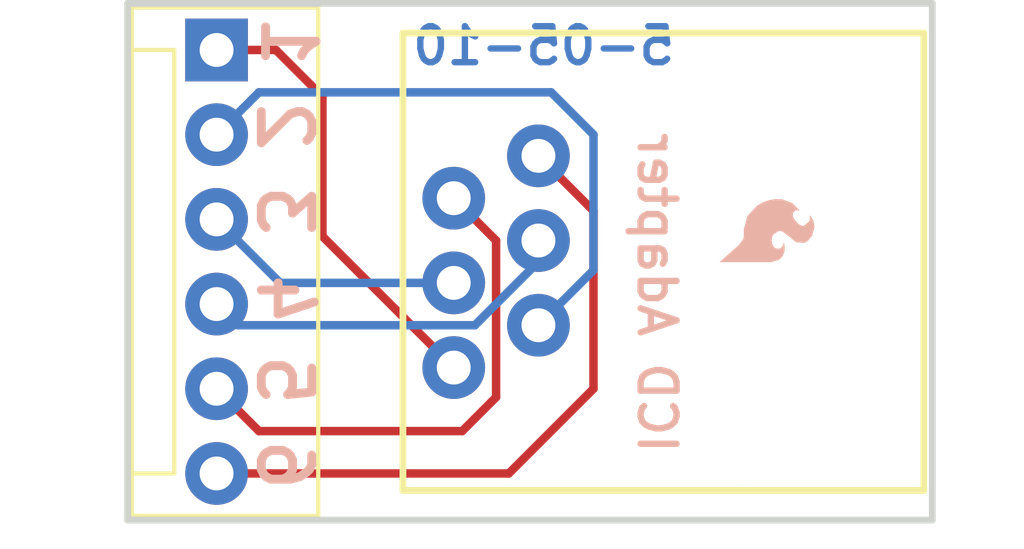
<source format=kicad_pcb>
(kicad_pcb (version 20211014) (generator pcbnew)
  (layers (0 "F.Cu" signal) (1 "In1.Cu" signal) (2 "In2.Cu" signal) (3 "In3.Cu" signal) (4 "In4.Cu" signal) (5 "In5.Cu" signal) (6 "In6.Cu" signal) (7 "In7.Cu" signal) (8 "In8.Cu" signal) (9 "In9.Cu" signal) (10 "In10.Cu" signal) (11 "In11.Cu" signal) (12 "In12.Cu" signal) (13 "In13.Cu" signal) (14 "In14.Cu" signal) (31 "B.Cu" signal) (34 "B.Paste" user) (35 "F.Paste" user) (36 "B.SilkS" user "B.Silkscreen") (37 "F.SilkS" user "F.Silkscreen") (38 "B.Mask" user) (39 "F.Mask" user) (44 "Edge.Cuts" user))
  (net 0 "")
  (net 1 "N$2")
  (net 2 "N$3")
  (net 3 "N$4")
  (net 4 "N$5")
  (net 5 "N$6")
  (net 6 "N$1")
  (footprint "boardEagle:MOLEX-1X6" (layer "F.Cu") (at 139.1031 98.6536 -90)
    (fp_text reference "HEADERS0" hide)
    (fp_text value "" hide)
    (fp_line (start 0 2.54) (end -1.27 2.54) (layer "F.SilkS") (width 0.127))
    (fp_line (start -1.27 -3.048) (end -1.27 2.54) (layer "F.SilkS") (width 0.127))
    (fp_line (start 13.97 -3.048) (end -1.27 -3.048) (layer "F.SilkS") (width 0.127))
    (fp_line (start 0 2.54) (end 0 1.27) (layer "F.SilkS") (width 0.127))
    (fp_line (start 0 1.27) (end 12.7 1.27) (layer "F.SilkS") (width 0.127))
    (fp_line (start 12.7 2.54) (end 0 2.54) (layer "F.SilkS") (width 0.127))
    (fp_line (start 13.97 -3.048) (end 13.97 2.54) (layer "F.SilkS") (width 0.127))
    (fp_line (start 13.97 2.54) (end 12.7 2.54) (layer "F.SilkS") (width 0.127))
    (fp_line (start 12.7 1.27) (end 12.7 2.54) (layer "F.SilkS") (width 0.127))
    (pad "1" thru_hole rect (at 0 0 270) (size 1.8796 1.8796) (drill 1.016) (layers *.Cu *.Mask) (net 1 "N$2"))
    (pad "2" thru_hole circle (at 2.54 0 270) (size 1.8796 1.8796) (drill 1.016) (layers *.Cu *.Mask) (net 2 "N$3"))
    (pad "3" thru_hole circle (at 5.08 0 270) (size 1.8796 1.8796) (drill 1.016) (layers *.Cu *.Mask) (net 3 "N$4"))
    (pad "4" thru_hole circle (at 7.62 0 270) (size 1.8796 1.8796) (drill 1.016) (layers *.Cu *.Mask) (net 4 "N$5"))
    (pad "5" thru_hole circle (at 10.16 0 270) (size 1.8796 1.8796) (drill 1.016) (layers *.Cu *.Mask) (net 5 "N$6"))
    (pad "6" thru_hole circle (at 12.7 0 270) (size 1.8796 1.8796) (drill 1.016) (layers *.Cu *.Mask) (net 6 "N$1"))
  )
  (footprint "boardEagle:DUMMY" (layer "F.Cu") (at 136.3345 112.6236)
    (fp_text reference "FRAME1" hide)
    (fp_text value "" hide)
  )
  (footprint "boardEagle:RJ11-6" (layer "F.Cu") (at 155.1051 110.0836 90)
    (fp_text reference "RJ11" hide)
    (fp_text value "RJ11-6PTH" hide)
    (fp_line (start 11.938 -10.414) (end -1.778 -10.414) (layer "F.SilkS") (width 0.2032))
    (fp_line (start 11.938 5.207) (end 11.938 -10.414) (layer "F.SilkS") (width 0.2032))
    (fp_line (start -1.778 -10.414) (end -1.778 5.207) (layer "F.SilkS") (width 0.2032))
    (fp_line (start 11.938 5.207) (end -1.778 5.207) (layer "F.SilkS") (width 0.2032))
    (pad "" np_thru_hole circle (at 0 0 90) (size 3.2512 3.2512) (drill 3.2512) (layers *.Cu *.Mask))
    (pad "" np_thru_hole circle (at 10.16 0 90) (size 3.2512 3.2512) (drill 3.2512) (layers *.Cu *.Mask))
    (pad "1" thru_hole circle (at 1.905 -8.89 90) (size 1.8796 1.8796) (drill 1.016) (layers *.Cu *.Mask) (net 1 "N$2"))
    (pad "2" thru_hole circle (at 3.175 -6.35 90) (size 1.8796 1.8796) (drill 1.016) (layers *.Cu *.Mask) (net 2 "N$3"))
    (pad "3" thru_hole circle (at 4.445 -8.89 90) (size 1.8796 1.8796) (drill 1.016) (layers *.Cu *.Mask) (net 3 "N$4"))
    (pad "4" thru_hole circle (at 5.715 -6.35 90) (size 1.8796 1.8796) (drill 1.016) (layers *.Cu *.Mask) (net 4 "N$5"))
    (pad "5" thru_hole circle (at 6.985 -8.89 90) (size 1.8796 1.8796) (drill 1.016) (layers *.Cu *.Mask) (net 5 "N$6"))
    (pad "6" thru_hole circle (at 8.255 -6.35 90) (size 1.8796 1.8796) (drill 1.016) (layers *.Cu *.Mask) (net 6 "N$1"))
  )
  (footprint "boardEagle:SFE-LOGO-FLAME" (layer "B.Cu") (at 154.2161 105.0036 90)
    (fp_text reference "JP1" hide)
    (fp_text value "LOGO-SFESK" hide)
    (fp_poly (pts (xy 1.126002 2.808203) (xy 1.215449 2.785829) (xy 1.228477 2.780783) (xy 1.240149 2.774875) (xy 1.25686 2.766576) (xy 1.275552 2.759834) (xy 1.371694 2.7026) (xy 1.3793 2.7026) (xy 1.3793 2.6772) (xy 1.306833 2.6772) (xy 1.208418 2.657914) (xy 1.074855 2.495286) (xy 1.079365 2.436825) (xy 1.12809 2.341869) (xy 1.204666 2.265196) (xy 1.294069 2.200638) (xy 1.369348 2.168824) (xy 1.450737 2.171632) (xy 1.458864 2.174186) (xy 1.466257 2.177389) (xy 1.530514 2.236956) (xy 1.5368 2.259812) (xy 1.5368 2.377938) (xy 1.763707 2.148127) (xy 1.868186 1.856841) (xy 1.871603 1.856894) (xy 1.87806 1.650435) (xy 1.848857 1.45742) (xy 1.785308 1.272842) (xy 1.6663 1.061578) (xy 1.6663 1.080581) (xy 1.378131 0.80901) (xy 0.982239 0.6985) (xy 0.753005 0.6985) (xy 0.716201 0.692046) (xy 0.681776 0.679592) (xy 0.496322 0.541784) (xy -0.0126 -0.03091) (xy -0.0126 1.52077) (xy 0.060004 1.761967) (xy 0.168295 1.865489) (xy 0.307122 1.917522) (xy 0.4039 1.925089) (xy 0.499384 1.917623) (xy 0.55991 1.908099) (xy 0.557788 1.884433) (xy 0.522216 1.885242) (xy 0.501784 1.876141) (xy 0.420519 1.817154) (xy 0.400722 1.79067) (xy 0.390395 1.7285) (xy 0.400905 1.665229) (xy 0.421405 1.625174) (xy 0.452343 1.592685) (xy 0.546535 1.54355) (xy 0.652229 1.531742) (xy 0.742768 1.550084) (xy 0.82422 1.589656) (xy 0.92203 1.754659) (xy 0.907706 1.848844) (xy 0.850914 1.930401) (xy 0.584707 2.263237) (xy 0.561667 2.510855) (xy 0.627495 2.621556) (xy 0.629042 2.623103) (xy 0.778901 2.74712) (xy 1.032676 2.817064)) (layer "B.SilkS") (width 0) (fill solid))
  )
  (gr_line (start 136.4361 112.7506) (end 160.5661 112.7506) (layer "Edge.Cuts") (width 0.2032))
  (gr_line (start 160.5661 112.7506) (end 160.5661 97.2566) (layer "Edge.Cuts") (width 0.2032))
  (gr_line (start 160.5661 97.2566) (end 136.4361 97.2566) (layer "Edge.Cuts") (width 0.2032))
  (gr_line (start 136.4361 97.2566) (end 136.4361 112.7506) (layer "Edge.Cuts") (width 0.2032))
  (gr_text "5-05-10" (at 152.9461 99.1616) (layer "B.Cu") (effects (font (size 1.0795 1.0795) (thickness 0.1905)) (justify left bottom mirror)))
  (gr_text "6" (at 140.2461 111.9886 -90) (layer "B.SilkS") (effects (font (size 1.5113 1.5113) (thickness 0.2667)) (justify left bottom mirror)))
  (gr_text "2" (at 140.2461 101.8286 -90) (layer "B.SilkS") (effects (font (size 1.5113 1.5113) (thickness 0.2667)) (justify left bottom mirror)))
  (gr_text "4" (at 140.2461 107.0356 -90) (layer "B.SilkS") (effects (font (size 1.5113 1.5113) (thickness 0.2667)) (justify left bottom mirror)))
  (gr_text "5" (at 140.2461 109.4486 -90) (layer "B.SilkS") (effects (font (size 1.5113 1.5113) (thickness 0.2667)) (justify left bottom mirror)))
  (gr_text "1" (at 140.3731 99.2886 -90) (layer "B.SilkS") (effects (font (size 1.5113 1.5113) (thickness 0.2667)) (justify left bottom mirror)))
  (gr_text "3" (at 140.2461 104.3686 -90) (layer "B.SilkS") (effects (font (size 1.5113 1.5113) (thickness 0.2667)) (justify left bottom mirror)))
  (gr_text "ICD Adapter" (at 151.6761 110.8456 -90) (layer "B.SilkS") (effects (font (size 1.0795 1.0795) (thickness 0.1905)) (justify left bottom mirror)))
  (segment (start 142.2781 104.2416) (end 142.2781 100.0506) (width 0.254) (layer "F.Cu") (net 1))
  (segment (start 146.2151 108.1786) (end 142.2781 104.2416) (width 0.254) (layer "F.Cu") (net 1))
  (segment (start 142.2781 100.0506) (end 140.8811 98.6536) (width 0.254) (layer "F.Cu") (net 1))
  (segment (start 140.8811 98.6536) (end 139.1031 98.6536) (width 0.254) (layer "F.Cu") (net 1))
  (segment (start 149.1361 99.9236) (end 150.4061 101.1936) (width 0.254) (layer "B.Cu") (net 2))
  (segment (start 140.3731 99.9236) (end 149.1361 99.9236) (width 0.254) (layer "B.Cu") (net 2))
  (segment (start 150.4061 105.2576) (end 148.7551 106.9086) (width 0.254) (layer "B.Cu") (net 2))
  (segment (start 150.4061 101.1936) (end 150.4061 105.2576) (width 0.254) (layer "B.Cu") (net 2))
  (segment (start 139.1031 101.1936) (end 140.3731 99.9236) (width 0.254) (layer "B.Cu") (net 2))
  (segment (start 141.0081 105.6386) (end 146.2151 105.6386) (width 0.254) (layer "B.Cu") (net 3))
  (segment (start 141.0081 105.6386) (end 139.1031 103.7336) (width 0.254) (layer "B.Cu") (net 3))
  (segment (start 139.1031 106.2736) (end 139.7381 106.9086) (width 0.254) (layer "B.Cu") (net 4))
  (segment (start 146.8501 106.9086) (end 148.7551 105.0036) (width 0.254) (layer "B.Cu") (net 4))
  (segment (start 148.7551 105.0036) (end 148.7551 104.3686) (width 0.254) (layer "B.Cu") (net 4))
  (segment (start 139.7381 106.9086) (end 146.8501 106.9086) (width 0.254) (layer "B.Cu") (net 4))
  (segment (start 140.3731 110.0836) (end 146.4691 110.0836) (width 0.254) (layer "F.Cu") (net 5))
  (segment (start 147.4851 109.0676) (end 147.4851 104.3686) (width 0.254) (layer "F.Cu") (net 5))
  (segment (start 146.4691 110.0836) (end 147.4851 109.0676) (width 0.254) (layer "F.Cu") (net 5))
  (segment (start 147.4851 104.3686) (end 146.2151 103.0986) (width 0.254) (layer "F.Cu") (net 5))
  (segment (start 139.1031 108.8136) (end 140.3731 110.0836) (width 0.254) (layer "F.Cu") (net 5))
  (segment (start 147.8661 111.3536) (end 150.4061 108.8136) (width 0.254) (layer "F.Cu") (net 6))
  (segment (start 150.4061 103.4796) (end 148.7551 101.8286) (width 0.254) (layer "F.Cu") (net 6))
  (segment (start 139.1031 111.3536) (end 147.8661 111.3536) (width 0.254) (layer "F.Cu") (net 6))
  (segment (start 150.4061 108.8136) (end 150.4061 103.4796) (width 0.254) (layer "F.Cu") (net 6))
)
</source>
